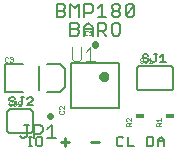
<source format=gbr>
G04 EAGLE Gerber RS-274X export*
G75*
%MOMM*%
%FSLAX34Y34*%
%LPD*%
%INSilkscreen Top*%
%IPPOS*%
%AMOC8*
5,1,8,0,0,1.08239X$1,22.5*%
G01*
%ADD10C,0.203200*%
%ADD11C,0.254000*%
%ADD12C,0.127000*%
%ADD13C,0.609600*%
%ADD14C,0.101600*%
%ADD15C,0.152400*%
%ADD16C,0.025400*%
%ADD17R,0.762000X0.457200*%
%ADD18C,0.558800*%


D10*
X43722Y134366D02*
X43722Y145043D01*
X49060Y145043D01*
X50840Y143264D01*
X50840Y141484D01*
X49060Y139705D01*
X50840Y137925D01*
X50840Y136146D01*
X49060Y134366D01*
X43722Y134366D01*
X43722Y139705D02*
X49060Y139705D01*
X55416Y134366D02*
X55416Y145043D01*
X58975Y141484D01*
X62534Y145043D01*
X62534Y134366D01*
X67109Y134366D02*
X67109Y145043D01*
X72448Y145043D01*
X74228Y143264D01*
X74228Y139705D01*
X72448Y137925D01*
X67109Y137925D01*
X78803Y141484D02*
X82362Y145043D01*
X82362Y134366D01*
X78803Y134366D02*
X85922Y134366D01*
X90497Y143264D02*
X92277Y145043D01*
X95836Y145043D01*
X97615Y143264D01*
X97615Y141484D01*
X95836Y139705D01*
X97615Y137925D01*
X97615Y136146D01*
X95836Y134366D01*
X92277Y134366D01*
X90497Y136146D01*
X90497Y137925D01*
X92277Y139705D01*
X90497Y141484D01*
X90497Y143264D01*
X92277Y139705D02*
X95836Y139705D01*
X102191Y136146D02*
X102191Y143264D01*
X103971Y145043D01*
X107530Y145043D01*
X109309Y143264D01*
X109309Y136146D01*
X107530Y134366D01*
X103971Y134366D01*
X102191Y136146D01*
X109309Y143264D01*
D11*
X54087Y28579D02*
X47308Y28579D01*
X50697Y25190D02*
X50697Y31969D01*
D10*
X22778Y24829D02*
X20066Y24829D01*
X21422Y24829D02*
X21422Y32963D01*
X20066Y32963D02*
X22778Y32963D01*
X27659Y32963D02*
X30370Y32963D01*
X27659Y32963D02*
X26303Y31608D01*
X26303Y26184D01*
X27659Y24829D01*
X30370Y24829D01*
X31726Y26184D01*
X31726Y31608D01*
X30370Y32963D01*
D11*
X72708Y28579D02*
X79487Y28579D01*
D10*
X98746Y32963D02*
X100102Y31608D01*
X98746Y32963D02*
X96034Y32963D01*
X94679Y31608D01*
X94679Y26184D01*
X96034Y24829D01*
X98746Y24829D01*
X100102Y26184D01*
X104034Y24829D02*
X104034Y32963D01*
X104034Y24829D02*
X109457Y24829D01*
X120079Y24829D02*
X120079Y32963D01*
X120079Y24829D02*
X124146Y24829D01*
X125502Y26184D01*
X125502Y31608D01*
X124146Y32963D01*
X120079Y32963D01*
X129434Y30252D02*
X129434Y24829D01*
X129434Y30252D02*
X132145Y32963D01*
X134857Y30252D01*
X134857Y24829D01*
X134857Y28896D02*
X129434Y28896D01*
X55416Y118491D02*
X55416Y129168D01*
X60754Y129168D01*
X62534Y127389D01*
X62534Y125609D01*
X60754Y123830D01*
X62534Y122050D01*
X62534Y120271D01*
X60754Y118491D01*
X55416Y118491D01*
X55416Y123830D02*
X60754Y123830D01*
X67110Y125609D02*
X67110Y118491D01*
X67110Y125609D02*
X70669Y129168D01*
X74228Y125609D01*
X74228Y118491D01*
X74228Y123830D02*
X67110Y123830D01*
X78803Y129168D02*
X78803Y118491D01*
X78803Y129168D02*
X84142Y129168D01*
X85922Y127389D01*
X85922Y123830D01*
X84142Y122050D01*
X78803Y122050D01*
X82363Y122050D02*
X85922Y118491D01*
X92277Y129168D02*
X95836Y129168D01*
X92277Y129168D02*
X90497Y127389D01*
X90497Y120271D01*
X92277Y118491D01*
X95836Y118491D01*
X97616Y120271D01*
X97616Y127389D01*
X95836Y129168D01*
D12*
X119954Y102749D02*
X121098Y101605D01*
X119954Y102749D02*
X117666Y102749D01*
X116523Y101605D01*
X116523Y100461D01*
X117666Y99317D01*
X119954Y99317D01*
X121098Y98173D01*
X121098Y97029D01*
X119954Y95885D01*
X117666Y95885D01*
X116523Y97029D01*
X124007Y97029D02*
X125151Y95885D01*
X126295Y95885D01*
X127439Y97029D01*
X127439Y102749D01*
X126295Y102749D02*
X128583Y102749D01*
X131491Y100461D02*
X133779Y102749D01*
X133779Y95885D01*
X131491Y95885D02*
X136067Y95885D01*
X8386Y65092D02*
X7242Y66236D01*
X4954Y66236D01*
X3810Y65092D01*
X3810Y63948D01*
X4954Y62804D01*
X7242Y62804D01*
X8386Y61660D01*
X8386Y60516D01*
X7242Y59373D01*
X4954Y59373D01*
X3810Y60516D01*
X11294Y60516D02*
X12438Y59373D01*
X13582Y59373D01*
X14726Y60516D01*
X14726Y66236D01*
X13582Y66236D02*
X15870Y66236D01*
X18778Y59373D02*
X23354Y59373D01*
X23354Y63948D02*
X18778Y59373D01*
X23354Y63948D02*
X23354Y65092D01*
X22210Y66236D01*
X19922Y66236D01*
X18778Y65092D01*
D13*
X82450Y83700D02*
X82452Y83770D01*
X82458Y83840D01*
X82468Y83909D01*
X82481Y83978D01*
X82499Y84046D01*
X82520Y84113D01*
X82545Y84178D01*
X82574Y84242D01*
X82606Y84305D01*
X82642Y84365D01*
X82681Y84423D01*
X82723Y84479D01*
X82768Y84533D01*
X82816Y84584D01*
X82867Y84632D01*
X82921Y84677D01*
X82977Y84719D01*
X83035Y84758D01*
X83095Y84794D01*
X83158Y84826D01*
X83222Y84855D01*
X83287Y84880D01*
X83354Y84901D01*
X83422Y84919D01*
X83491Y84932D01*
X83560Y84942D01*
X83630Y84948D01*
X83700Y84950D01*
X83770Y84948D01*
X83840Y84942D01*
X83909Y84932D01*
X83978Y84919D01*
X84046Y84901D01*
X84113Y84880D01*
X84178Y84855D01*
X84242Y84826D01*
X84305Y84794D01*
X84365Y84758D01*
X84423Y84719D01*
X84479Y84677D01*
X84533Y84632D01*
X84584Y84584D01*
X84632Y84533D01*
X84677Y84479D01*
X84719Y84423D01*
X84758Y84365D01*
X84794Y84305D01*
X84826Y84242D01*
X84855Y84178D01*
X84880Y84113D01*
X84901Y84046D01*
X84919Y83978D01*
X84932Y83909D01*
X84942Y83840D01*
X84948Y83770D01*
X84950Y83700D01*
X84948Y83630D01*
X84942Y83560D01*
X84932Y83491D01*
X84919Y83422D01*
X84901Y83354D01*
X84880Y83287D01*
X84855Y83222D01*
X84826Y83158D01*
X84794Y83095D01*
X84758Y83035D01*
X84719Y82977D01*
X84677Y82921D01*
X84632Y82867D01*
X84584Y82816D01*
X84533Y82768D01*
X84479Y82723D01*
X84423Y82681D01*
X84365Y82642D01*
X84305Y82606D01*
X84242Y82574D01*
X84178Y82545D01*
X84113Y82520D01*
X84046Y82499D01*
X83978Y82481D01*
X83909Y82468D01*
X83840Y82458D01*
X83770Y82452D01*
X83700Y82450D01*
X83630Y82452D01*
X83560Y82458D01*
X83491Y82468D01*
X83422Y82481D01*
X83354Y82499D01*
X83287Y82520D01*
X83222Y82545D01*
X83158Y82574D01*
X83095Y82606D01*
X83035Y82642D01*
X82977Y82681D01*
X82921Y82723D01*
X82867Y82768D01*
X82816Y82816D01*
X82768Y82867D01*
X82723Y82921D01*
X82681Y82977D01*
X82642Y83035D01*
X82606Y83095D01*
X82574Y83158D01*
X82545Y83222D01*
X82520Y83287D01*
X82499Y83354D01*
X82481Y83422D01*
X82468Y83491D01*
X82458Y83560D01*
X82452Y83630D01*
X82450Y83700D01*
D12*
X56200Y94950D02*
X56200Y57450D01*
X96200Y57450D01*
X96200Y94950D01*
X56200Y94950D01*
D13*
X82450Y83700D02*
X82452Y83770D01*
X82458Y83840D01*
X82468Y83909D01*
X82481Y83978D01*
X82499Y84046D01*
X82520Y84113D01*
X82545Y84178D01*
X82574Y84242D01*
X82606Y84305D01*
X82642Y84365D01*
X82681Y84423D01*
X82723Y84479D01*
X82768Y84533D01*
X82816Y84584D01*
X82867Y84632D01*
X82921Y84677D01*
X82977Y84719D01*
X83035Y84758D01*
X83095Y84794D01*
X83158Y84826D01*
X83222Y84855D01*
X83287Y84880D01*
X83354Y84901D01*
X83422Y84919D01*
X83491Y84932D01*
X83560Y84942D01*
X83630Y84948D01*
X83700Y84950D01*
X83770Y84948D01*
X83840Y84942D01*
X83909Y84932D01*
X83978Y84919D01*
X84046Y84901D01*
X84113Y84880D01*
X84178Y84855D01*
X84242Y84826D01*
X84305Y84794D01*
X84365Y84758D01*
X84423Y84719D01*
X84479Y84677D01*
X84533Y84632D01*
X84584Y84584D01*
X84632Y84533D01*
X84677Y84479D01*
X84719Y84423D01*
X84758Y84365D01*
X84794Y84305D01*
X84826Y84242D01*
X84855Y84178D01*
X84880Y84113D01*
X84901Y84046D01*
X84919Y83978D01*
X84932Y83909D01*
X84942Y83840D01*
X84948Y83770D01*
X84950Y83700D01*
X84948Y83630D01*
X84942Y83560D01*
X84932Y83491D01*
X84919Y83422D01*
X84901Y83354D01*
X84880Y83287D01*
X84855Y83222D01*
X84826Y83158D01*
X84794Y83095D01*
X84758Y83035D01*
X84719Y82977D01*
X84677Y82921D01*
X84632Y82867D01*
X84584Y82816D01*
X84533Y82768D01*
X84479Y82723D01*
X84423Y82681D01*
X84365Y82642D01*
X84305Y82606D01*
X84242Y82574D01*
X84178Y82545D01*
X84113Y82520D01*
X84046Y82499D01*
X83978Y82481D01*
X83909Y82468D01*
X83840Y82458D01*
X83770Y82452D01*
X83700Y82450D01*
X83630Y82452D01*
X83560Y82458D01*
X83491Y82468D01*
X83422Y82481D01*
X83354Y82499D01*
X83287Y82520D01*
X83222Y82545D01*
X83158Y82574D01*
X83095Y82606D01*
X83035Y82642D01*
X82977Y82681D01*
X82921Y82723D01*
X82867Y82768D01*
X82816Y82816D01*
X82768Y82867D01*
X82723Y82921D01*
X82681Y82977D01*
X82642Y83035D01*
X82606Y83095D01*
X82574Y83158D01*
X82545Y83222D01*
X82520Y83287D01*
X82499Y83354D01*
X82481Y83422D01*
X82468Y83491D01*
X82458Y83560D01*
X82452Y83630D01*
X82450Y83700D01*
D14*
X56708Y98657D02*
X56708Y108402D01*
X56708Y98657D02*
X58657Y96708D01*
X62555Y96708D01*
X64504Y98657D01*
X64504Y108402D01*
X68402Y104504D02*
X72300Y108402D01*
X72300Y96708D01*
X68402Y96708D02*
X76198Y96708D01*
D15*
X114300Y72390D02*
X139700Y72390D01*
X142240Y90170D02*
X142238Y90270D01*
X142232Y90369D01*
X142222Y90469D01*
X142209Y90567D01*
X142191Y90666D01*
X142170Y90763D01*
X142145Y90859D01*
X142116Y90955D01*
X142083Y91049D01*
X142047Y91142D01*
X142007Y91233D01*
X141963Y91323D01*
X141916Y91411D01*
X141866Y91497D01*
X141812Y91581D01*
X141755Y91663D01*
X141695Y91742D01*
X141631Y91820D01*
X141565Y91894D01*
X141496Y91966D01*
X141424Y92035D01*
X141350Y92101D01*
X141272Y92165D01*
X141193Y92225D01*
X141111Y92282D01*
X141027Y92336D01*
X140941Y92386D01*
X140853Y92433D01*
X140763Y92477D01*
X140672Y92517D01*
X140579Y92553D01*
X140485Y92586D01*
X140389Y92615D01*
X140293Y92640D01*
X140196Y92661D01*
X140097Y92679D01*
X139999Y92692D01*
X139899Y92702D01*
X139800Y92708D01*
X139700Y92710D01*
X114300Y92710D02*
X114200Y92708D01*
X114101Y92702D01*
X114001Y92692D01*
X113903Y92679D01*
X113804Y92661D01*
X113707Y92640D01*
X113611Y92615D01*
X113515Y92586D01*
X113421Y92553D01*
X113328Y92517D01*
X113237Y92477D01*
X113147Y92433D01*
X113059Y92386D01*
X112973Y92336D01*
X112889Y92282D01*
X112807Y92225D01*
X112728Y92165D01*
X112650Y92101D01*
X112576Y92035D01*
X112504Y91966D01*
X112435Y91894D01*
X112369Y91820D01*
X112305Y91742D01*
X112245Y91663D01*
X112188Y91581D01*
X112134Y91497D01*
X112084Y91411D01*
X112037Y91323D01*
X111993Y91233D01*
X111953Y91142D01*
X111917Y91049D01*
X111884Y90955D01*
X111855Y90859D01*
X111830Y90763D01*
X111809Y90666D01*
X111791Y90567D01*
X111778Y90469D01*
X111768Y90369D01*
X111762Y90270D01*
X111760Y90170D01*
X111760Y74930D02*
X111762Y74830D01*
X111768Y74731D01*
X111778Y74631D01*
X111791Y74533D01*
X111809Y74434D01*
X111830Y74337D01*
X111855Y74241D01*
X111884Y74145D01*
X111917Y74051D01*
X111953Y73958D01*
X111993Y73867D01*
X112037Y73777D01*
X112084Y73689D01*
X112134Y73603D01*
X112188Y73519D01*
X112245Y73437D01*
X112305Y73358D01*
X112369Y73280D01*
X112435Y73206D01*
X112504Y73134D01*
X112576Y73065D01*
X112650Y72999D01*
X112728Y72935D01*
X112807Y72875D01*
X112889Y72818D01*
X112973Y72764D01*
X113059Y72714D01*
X113147Y72667D01*
X113237Y72623D01*
X113328Y72583D01*
X113421Y72547D01*
X113515Y72514D01*
X113611Y72485D01*
X113707Y72460D01*
X113804Y72439D01*
X113903Y72421D01*
X114001Y72408D01*
X114101Y72398D01*
X114200Y72392D01*
X114300Y72390D01*
X139700Y72390D02*
X139800Y72392D01*
X139899Y72398D01*
X139999Y72408D01*
X140097Y72421D01*
X140196Y72439D01*
X140293Y72460D01*
X140389Y72485D01*
X140485Y72514D01*
X140579Y72547D01*
X140672Y72583D01*
X140763Y72623D01*
X140853Y72667D01*
X140941Y72714D01*
X141027Y72764D01*
X141111Y72818D01*
X141193Y72875D01*
X141272Y72935D01*
X141350Y72999D01*
X141424Y73065D01*
X141496Y73134D01*
X141565Y73206D01*
X141631Y73280D01*
X141695Y73358D01*
X141755Y73437D01*
X141812Y73519D01*
X141866Y73603D01*
X141916Y73689D01*
X141963Y73777D01*
X142007Y73867D01*
X142047Y73958D01*
X142083Y74051D01*
X142116Y74145D01*
X142145Y74241D01*
X142170Y74337D01*
X142191Y74434D01*
X142209Y74533D01*
X142222Y74631D01*
X142232Y74731D01*
X142238Y74830D01*
X142240Y74930D01*
X142240Y90170D01*
X111760Y90170D02*
X111760Y74930D01*
X114300Y92710D02*
X139700Y92710D01*
D16*
X116969Y98555D02*
X116334Y99190D01*
X115063Y99190D01*
X114427Y98555D01*
X114427Y97919D01*
X115063Y97284D01*
X116334Y97284D01*
X116969Y96648D01*
X116969Y96013D01*
X116334Y95377D01*
X115063Y95377D01*
X114427Y96013D01*
X118169Y96013D02*
X118805Y95377D01*
X119440Y95377D01*
X120076Y96013D01*
X120076Y99190D01*
X120711Y99190D02*
X119440Y99190D01*
X121911Y97919D02*
X123182Y99190D01*
X123182Y95377D01*
X121911Y95377D02*
X124453Y95377D01*
D17*
X139700Y50800D03*
D16*
X131953Y42037D02*
X128140Y42037D01*
X128140Y43944D01*
X128775Y44579D01*
X130046Y44579D01*
X130682Y43944D01*
X130682Y42037D01*
X130682Y43308D02*
X131953Y44579D01*
X129411Y45779D02*
X128140Y47050D01*
X131953Y47050D01*
X131953Y45779D02*
X131953Y48321D01*
D17*
X114300Y50800D03*
D16*
X106553Y42037D02*
X102740Y42037D01*
X102740Y43944D01*
X103375Y44579D01*
X104646Y44579D01*
X105282Y43944D01*
X105282Y42037D01*
X105282Y43308D02*
X106553Y44579D01*
X106553Y45779D02*
X106553Y48321D01*
X106553Y45779D02*
X104011Y48321D01*
X103375Y48321D01*
X102740Y47686D01*
X102740Y46415D01*
X103375Y45779D01*
D18*
X76200Y110820D02*
X76200Y111430D01*
D16*
X69979Y122050D02*
X69344Y122685D01*
X68073Y122685D01*
X67437Y122050D01*
X67437Y119508D01*
X68073Y118872D01*
X69344Y118872D01*
X69979Y119508D01*
X71179Y121414D02*
X72450Y122685D01*
X72450Y118872D01*
X71179Y118872D02*
X73721Y118872D01*
D18*
X38405Y50800D02*
X37795Y50800D01*
D16*
X45844Y54239D02*
X46479Y54875D01*
X45844Y54239D02*
X45844Y52968D01*
X46479Y52333D01*
X49021Y52333D01*
X49657Y52968D01*
X49657Y54239D01*
X49021Y54875D01*
X49657Y56075D02*
X49657Y58617D01*
X49657Y56075D02*
X47115Y58617D01*
X46479Y58617D01*
X45844Y57982D01*
X45844Y56710D01*
X46479Y56075D01*
D10*
X15400Y70550D02*
X400Y70550D01*
X400Y94550D01*
X15400Y94550D01*
X35400Y70550D02*
X46400Y70550D01*
X50400Y74550D01*
X50400Y90550D01*
X46400Y94550D01*
X35400Y94550D01*
D12*
X29210Y92710D02*
X29210Y72390D01*
D16*
X2669Y99665D02*
X2034Y100300D01*
X763Y100300D01*
X127Y99665D01*
X127Y97123D01*
X763Y96487D01*
X2034Y96487D01*
X2669Y97123D01*
X3869Y99665D02*
X4505Y100300D01*
X5776Y100300D01*
X6411Y99665D01*
X6411Y99029D01*
X5776Y98394D01*
X5140Y98394D01*
X5776Y98394D02*
X6411Y97758D01*
X6411Y97123D01*
X5776Y96487D01*
X4505Y96487D01*
X3869Y97123D01*
D12*
X12573Y33530D02*
X14480Y31623D01*
X16386Y31623D01*
X18293Y33530D01*
X18293Y43063D01*
X16386Y43063D02*
X20200Y43063D01*
X24267Y43063D02*
X24267Y31623D01*
X24267Y43063D02*
X29987Y43063D01*
X31893Y41156D01*
X31893Y37343D01*
X29987Y35436D01*
X24267Y35436D01*
X35961Y39250D02*
X39774Y43063D01*
X39774Y31623D01*
X35961Y31623D02*
X43587Y31623D01*
D15*
X20700Y36038D02*
X4700Y36038D01*
X20700Y56038D02*
X20803Y56045D01*
X20906Y56049D01*
X21009Y56048D01*
X21113Y56044D01*
X21216Y56036D01*
X21318Y56024D01*
X21420Y56009D01*
X21522Y55989D01*
X21622Y55966D01*
X21722Y55939D01*
X21820Y55908D01*
X21918Y55874D01*
X22014Y55836D01*
X22108Y55794D01*
X22201Y55749D01*
X22292Y55701D01*
X22382Y55649D01*
X22469Y55594D01*
X22554Y55535D01*
X22637Y55474D01*
X22718Y55409D01*
X22796Y55341D01*
X22871Y55271D01*
X22944Y55198D01*
X23014Y55122D01*
X23081Y55043D01*
X23145Y54963D01*
X23206Y54879D01*
X23264Y54794D01*
X23319Y54706D01*
X23370Y54617D01*
X23418Y54525D01*
X23463Y54432D01*
X23504Y54337D01*
X23541Y54241D01*
X23575Y54144D01*
X23605Y54045D01*
X23632Y53945D01*
X23654Y53844D01*
X23673Y53743D01*
X23688Y53641D01*
X23700Y53538D01*
X4700Y56038D02*
X4597Y56045D01*
X4494Y56049D01*
X4391Y56048D01*
X4287Y56044D01*
X4184Y56036D01*
X4082Y56024D01*
X3980Y56009D01*
X3878Y55989D01*
X3778Y55966D01*
X3678Y55939D01*
X3580Y55908D01*
X3482Y55874D01*
X3386Y55836D01*
X3292Y55794D01*
X3199Y55749D01*
X3108Y55701D01*
X3018Y55649D01*
X2931Y55594D01*
X2846Y55535D01*
X2763Y55474D01*
X2682Y55409D01*
X2604Y55341D01*
X2529Y55271D01*
X2456Y55198D01*
X2386Y55122D01*
X2319Y55043D01*
X2255Y54963D01*
X2194Y54879D01*
X2136Y54794D01*
X2081Y54706D01*
X2030Y54617D01*
X1982Y54525D01*
X1937Y54432D01*
X1896Y54337D01*
X1859Y54241D01*
X1825Y54144D01*
X1795Y54045D01*
X1768Y53945D01*
X1746Y53844D01*
X1727Y53743D01*
X1712Y53641D01*
X1700Y53538D01*
X1700Y38538D02*
X1711Y38435D01*
X1726Y38333D01*
X1745Y38231D01*
X1768Y38131D01*
X1794Y38031D01*
X1824Y37932D01*
X1858Y37834D01*
X1895Y37738D01*
X1936Y37643D01*
X1981Y37550D01*
X2029Y37458D01*
X2080Y37369D01*
X2135Y37281D01*
X2193Y37196D01*
X2254Y37112D01*
X2318Y37031D01*
X2385Y36953D01*
X2455Y36877D01*
X2528Y36804D01*
X2604Y36733D01*
X2682Y36665D01*
X2762Y36601D01*
X2845Y36539D01*
X2930Y36481D01*
X3018Y36426D01*
X3107Y36374D01*
X3198Y36325D01*
X3291Y36280D01*
X3386Y36239D01*
X3482Y36201D01*
X3579Y36166D01*
X3678Y36136D01*
X3778Y36109D01*
X3878Y36085D01*
X3980Y36066D01*
X4082Y36050D01*
X4185Y36039D01*
X4288Y36031D01*
X4391Y36027D01*
X4494Y36026D01*
X4598Y36030D01*
X4701Y36038D01*
X20700Y36038D02*
X20803Y36031D01*
X20906Y36027D01*
X21009Y36028D01*
X21113Y36032D01*
X21216Y36040D01*
X21318Y36052D01*
X21420Y36067D01*
X21522Y36087D01*
X21622Y36110D01*
X21722Y36137D01*
X21820Y36168D01*
X21918Y36202D01*
X22014Y36240D01*
X22108Y36282D01*
X22201Y36327D01*
X22292Y36375D01*
X22382Y36427D01*
X22469Y36482D01*
X22554Y36541D01*
X22637Y36602D01*
X22718Y36667D01*
X22796Y36735D01*
X22871Y36805D01*
X22944Y36878D01*
X23014Y36954D01*
X23081Y37033D01*
X23145Y37113D01*
X23206Y37197D01*
X23264Y37282D01*
X23319Y37370D01*
X23370Y37459D01*
X23418Y37551D01*
X23463Y37644D01*
X23504Y37739D01*
X23541Y37835D01*
X23575Y37932D01*
X23605Y38031D01*
X23632Y38131D01*
X23654Y38232D01*
X23673Y38333D01*
X23688Y38435D01*
X23700Y38538D01*
X23700Y53538D01*
X1700Y53538D02*
X1700Y38538D01*
X4700Y56038D02*
X20700Y56038D01*
D16*
X5871Y62042D02*
X5236Y62678D01*
X3965Y62678D01*
X3329Y62042D01*
X3329Y61407D01*
X3965Y60771D01*
X5236Y60771D01*
X5871Y60136D01*
X5871Y59500D01*
X5236Y58865D01*
X3965Y58865D01*
X3329Y59500D01*
X7071Y59500D02*
X7707Y58865D01*
X8342Y58865D01*
X8978Y59500D01*
X8978Y62678D01*
X9613Y62678D02*
X8342Y62678D01*
X10813Y58865D02*
X13355Y58865D01*
X10813Y58865D02*
X13355Y61407D01*
X13355Y62042D01*
X12720Y62678D01*
X11449Y62678D01*
X10813Y62042D01*
M02*

</source>
